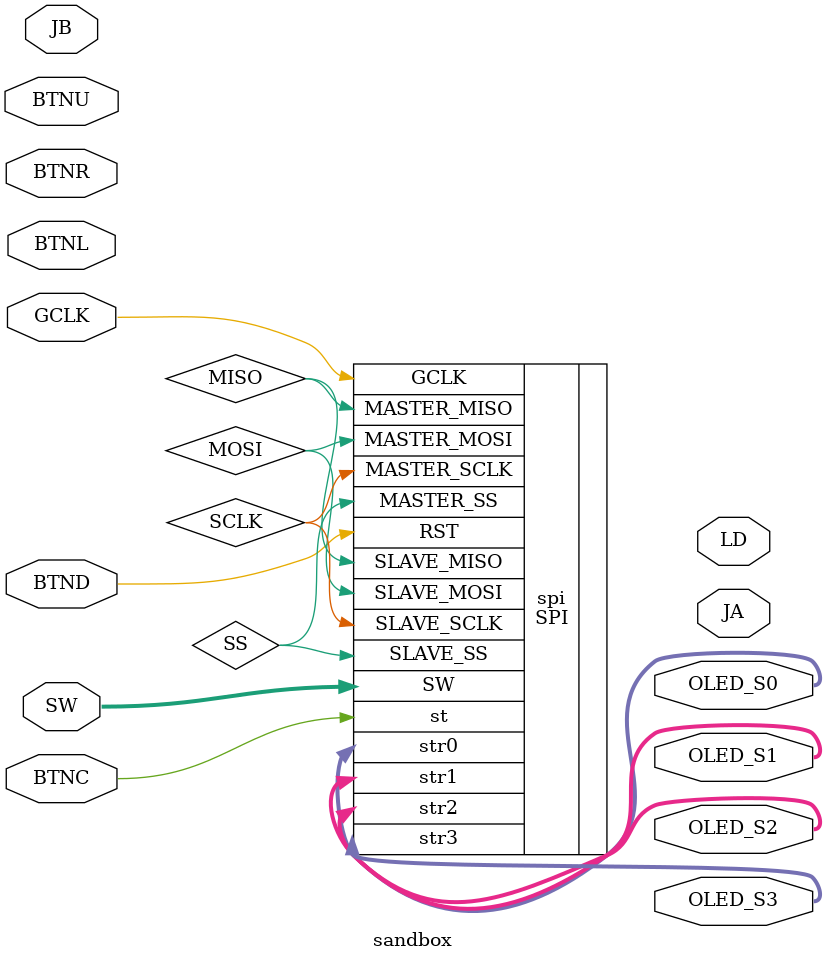
<source format=v>
`timescale 1ns / 1ps


module sandbox
    (
    output wire [127:0] OLED_S0,
    output wire [127:0] OLED_S1,
    output wire [127:0] OLED_S2,
    output wire [127:0] OLED_S3,
    input wire GCLK,
    output wire [7:0] LD,
    input wire [7:0] SW,
    output wire [7:0] JA,
    input wire [7:0] JB,
    input wire BTNC,
    input wire BTND,
    input wire BTNL,
    input wire BTNR,
    input wire BTNU
    );
    
    wire MISO;
    wire MOSI;
    wire SS;
    wire SCLK;
   
    SPI spi
        (
        // External interfaces
        .str0(OLED_S0),
        .str1(OLED_S1),
        .str2(OLED_S2),
        .str3(OLED_S3),
        .GCLK(GCLK),
        .RST(BTND),
        .SW(SW),
        // Transmission start switch
        .st(BTNC),
        // SPI Master bus
        .MASTER_MISO(MISO),
        .MASTER_MOSI(MOSI),
        .MASTER_SS(SS),
        .MASTER_SCLK(SCLK),
        // SPI Slave bus
        .SLAVE_MOSI(MOSI),
        .SLAVE_MISO(MISO),
        .SLAVE_SS(SS),
        .SLAVE_SCLK(SCLK)
        );

endmodule

</source>
